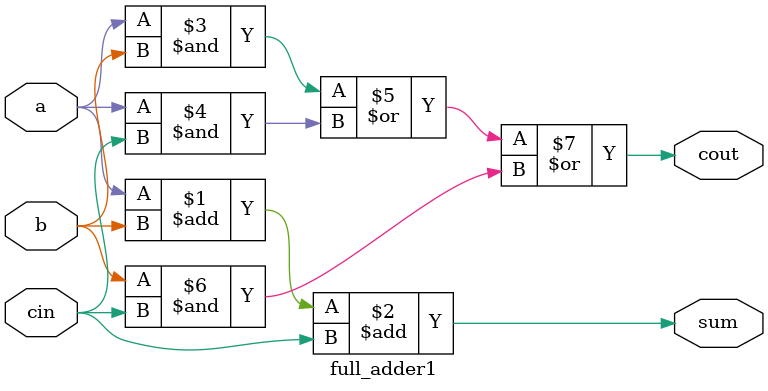
<source format=v>
module top_module( 
    input [99:0] a, b,
    input cin,
    output [99:0] cout,
    output [99:0] sum);

    generate
	genvar i;
	for(i = 0; i < $bits(sum); i = i + 1)begin:add_gen
		full_adder1 my_adder(
			.a(a[i]),
			.b(b[i]),
			.cin(i == 0 ? cin : cout[i - 1]),
			.cout(cout[i]),
			.sum(sum[i])
		);
	end
    endgenerate

endmodule

module full_adder1(
    input a,
    input b,
    input cin,
    output cout,
    output sum
);
    //Full adder module is designed here.
    assign sum = a + b + cin;
    assign cout = (a & b) | (a & cin) | (b & cin);

endmodule

</source>
